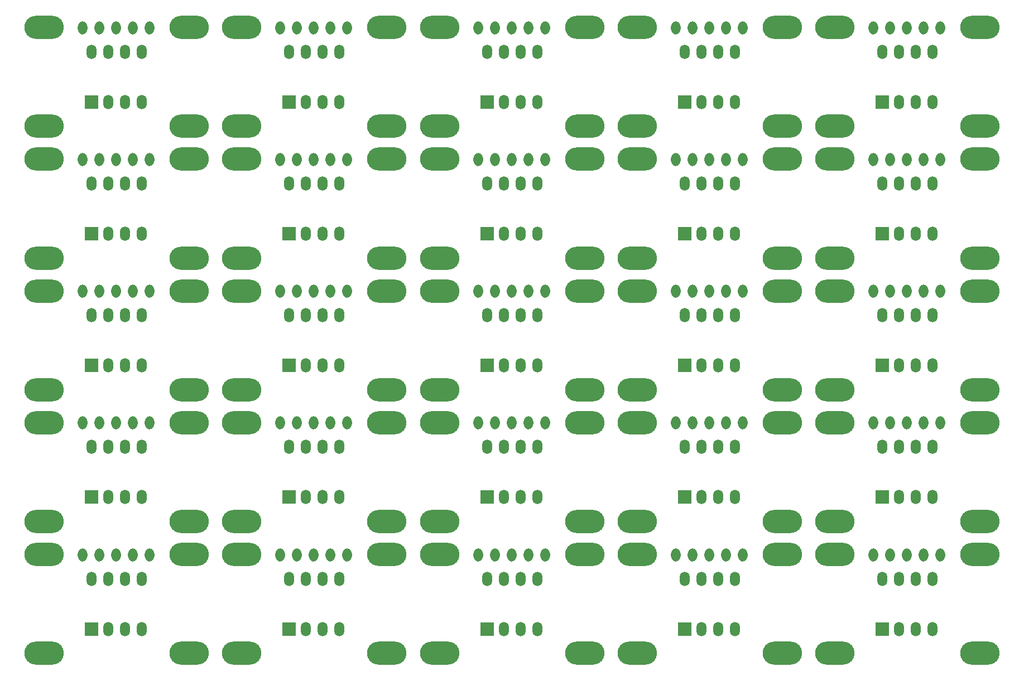
<source format=gbr>
G04 DipTrace 3.3.1.0*
G04 Top.gbr*
%MOIN*%
G04 #@! TF.FileFunction,Copper,L1,Top*
G04 #@! TF.Part,Single*
%AMOUTLINE0*
4,1,20,
0.029528,0.0,
0.028082,-0.012166,
0.023888,-0.023141,
0.017356,-0.031851,
0.009125,-0.037443,
0.0,-0.03937,
-0.009125,-0.037443,
-0.017356,-0.031851,
-0.023888,-0.023141,
-0.028082,-0.012166,
-0.029528,0.0,
-0.028082,0.012166,
-0.023888,0.023141,
-0.017356,0.031851,
-0.009125,0.037443,
0.0,0.03937,
0.009125,0.037443,
0.017356,0.031851,
0.023888,0.023141,
0.028082,0.012166,
0.029528,0.0,
0*%
G04 #@! TA.AperFunction,ComponentPad*
%ADD16R,0.07874X0.07874*%
%ADD17O,0.059055X0.086614*%
%ADD18O,0.23622X0.137795*%
%ADD31OUTLINE0*%
%FSLAX26Y26*%
G04*
G70*
G90*
G75*
G01*
G04 Top*
%LPD*%
D31*
X781201Y1081201D3*
X881201D3*
X981201D3*
X1081201D3*
X1181201D3*
D16*
X834252Y637402D3*
D17*
X934252D3*
X1034252D3*
X1134252D3*
Y937402D3*
X1034252D3*
X934252D3*
X834252D3*
D18*
X551181Y1082677D3*
X1417323D3*
X551181Y492126D3*
X1417323D3*
D31*
X1962303Y1081201D3*
X2062303D3*
X2162303D3*
X2262303D3*
X2362303D3*
D16*
X2015354Y637402D3*
D17*
X2115354D3*
X2215354D3*
X2315354D3*
Y937402D3*
X2215354D3*
X2115354D3*
X2015354D3*
D18*
X1732283Y1082677D3*
X2598425D3*
X1732283Y492126D3*
X2598425D3*
D31*
X3143406Y1081201D3*
X3243406D3*
X3343406D3*
X3443406D3*
X3543406D3*
D16*
X3196457Y637402D3*
D17*
X3296457D3*
X3396457D3*
X3496457D3*
Y937402D3*
X3396457D3*
X3296457D3*
X3196457D3*
D18*
X2913386Y1082677D3*
X3779528D3*
X2913386Y492126D3*
X3779528D3*
D31*
X4324508Y1081201D3*
X4424508D3*
X4524508D3*
X4624508D3*
X4724508D3*
D16*
X4377559Y637402D3*
D17*
X4477559D3*
X4577559D3*
X4677559D3*
Y937402D3*
X4577559D3*
X4477559D3*
X4377559D3*
D18*
X4094488Y1082677D3*
X4960630D3*
X4094488Y492126D3*
X4960630D3*
D31*
X5505610Y1081201D3*
X5605610D3*
X5705610D3*
X5805610D3*
X5905610D3*
D16*
X5558661Y637402D3*
D17*
X5658661D3*
X5758661D3*
X5858661D3*
Y937402D3*
X5758661D3*
X5658661D3*
X5558661D3*
D18*
X5275591Y1082677D3*
X6141732D3*
X5275591Y492126D3*
X6141732D3*
D31*
X781201Y1868602D3*
X881201D3*
X981201D3*
X1081201D3*
X1181201D3*
D16*
X834252Y1424803D3*
D17*
X934252D3*
X1034252D3*
X1134252D3*
Y1724803D3*
X1034252D3*
X934252D3*
X834252D3*
D18*
X551181Y1870079D3*
X1417323D3*
X551181Y1279528D3*
X1417323D3*
D31*
X1962303Y1868602D3*
X2062303D3*
X2162303D3*
X2262303D3*
X2362303D3*
D16*
X2015354Y1424803D3*
D17*
X2115354D3*
X2215354D3*
X2315354D3*
Y1724803D3*
X2215354D3*
X2115354D3*
X2015354D3*
D18*
X1732283Y1870079D3*
X2598425D3*
X1732283Y1279528D3*
X2598425D3*
D31*
X3143406Y1868602D3*
X3243406D3*
X3343406D3*
X3443406D3*
X3543406D3*
D16*
X3196457Y1424803D3*
D17*
X3296457D3*
X3396457D3*
X3496457D3*
Y1724803D3*
X3396457D3*
X3296457D3*
X3196457D3*
D18*
X2913386Y1870079D3*
X3779528D3*
X2913386Y1279528D3*
X3779528D3*
D31*
X4324508Y1868602D3*
X4424508D3*
X4524508D3*
X4624508D3*
X4724508D3*
D16*
X4377559Y1424803D3*
D17*
X4477559D3*
X4577559D3*
X4677559D3*
Y1724803D3*
X4577559D3*
X4477559D3*
X4377559D3*
D18*
X4094488Y1870079D3*
X4960630D3*
X4094488Y1279528D3*
X4960630D3*
D31*
X5505610Y1868602D3*
X5605610D3*
X5705610D3*
X5805610D3*
X5905610D3*
D16*
X5558661Y1424803D3*
D17*
X5658661D3*
X5758661D3*
X5858661D3*
Y1724803D3*
X5758661D3*
X5658661D3*
X5558661D3*
D18*
X5275591Y1870079D3*
X6141732D3*
X5275591Y1279528D3*
X6141732D3*
D31*
X781201Y2656004D3*
X881201D3*
X981201D3*
X1081201D3*
X1181201D3*
D16*
X834252Y2212205D3*
D17*
X934252D3*
X1034252D3*
X1134252D3*
Y2512205D3*
X1034252D3*
X934252D3*
X834252D3*
D18*
X551181Y2657480D3*
X1417323D3*
X551181Y2066929D3*
X1417323D3*
D31*
X1962303Y2656004D3*
X2062303D3*
X2162303D3*
X2262303D3*
X2362303D3*
D16*
X2015354Y2212205D3*
D17*
X2115354D3*
X2215354D3*
X2315354D3*
Y2512205D3*
X2215354D3*
X2115354D3*
X2015354D3*
D18*
X1732283Y2657480D3*
X2598425D3*
X1732283Y2066929D3*
X2598425D3*
D31*
X3143406Y2656004D3*
X3243406D3*
X3343406D3*
X3443406D3*
X3543406D3*
D16*
X3196457Y2212205D3*
D17*
X3296457D3*
X3396457D3*
X3496457D3*
Y2512205D3*
X3396457D3*
X3296457D3*
X3196457D3*
D18*
X2913386Y2657480D3*
X3779528D3*
X2913386Y2066929D3*
X3779528D3*
D31*
X4324508Y2656004D3*
X4424508D3*
X4524508D3*
X4624508D3*
X4724508D3*
D16*
X4377559Y2212205D3*
D17*
X4477559D3*
X4577559D3*
X4677559D3*
Y2512205D3*
X4577559D3*
X4477559D3*
X4377559D3*
D18*
X4094488Y2657480D3*
X4960630D3*
X4094488Y2066929D3*
X4960630D3*
D31*
X5505610Y2656004D3*
X5605610D3*
X5705610D3*
X5805610D3*
X5905610D3*
D16*
X5558661Y2212205D3*
D17*
X5658661D3*
X5758661D3*
X5858661D3*
Y2512205D3*
X5758661D3*
X5658661D3*
X5558661D3*
D18*
X5275591Y2657480D3*
X6141732D3*
X5275591Y2066929D3*
X6141732D3*
D31*
X781201Y3443406D3*
X881201D3*
X981201D3*
X1081201D3*
X1181201D3*
D16*
X834252Y2999606D3*
D17*
X934252D3*
X1034252D3*
X1134252D3*
Y3299606D3*
X1034252D3*
X934252D3*
X834252D3*
D18*
X551181Y3444882D3*
X1417323D3*
X551181Y2854331D3*
X1417323D3*
D31*
X1962303Y3443406D3*
X2062303D3*
X2162303D3*
X2262303D3*
X2362303D3*
D16*
X2015354Y2999606D3*
D17*
X2115354D3*
X2215354D3*
X2315354D3*
Y3299606D3*
X2215354D3*
X2115354D3*
X2015354D3*
D18*
X1732283Y3444882D3*
X2598425D3*
X1732283Y2854331D3*
X2598425D3*
D31*
X3143406Y3443406D3*
X3243406D3*
X3343406D3*
X3443406D3*
X3543406D3*
D16*
X3196457Y2999606D3*
D17*
X3296457D3*
X3396457D3*
X3496457D3*
Y3299606D3*
X3396457D3*
X3296457D3*
X3196457D3*
D18*
X2913386Y3444882D3*
X3779528D3*
X2913386Y2854331D3*
X3779528D3*
D31*
X4324508Y3443406D3*
X4424508D3*
X4524508D3*
X4624508D3*
X4724508D3*
D16*
X4377559Y2999606D3*
D17*
X4477559D3*
X4577559D3*
X4677559D3*
Y3299606D3*
X4577559D3*
X4477559D3*
X4377559D3*
D18*
X4094488Y3444882D3*
X4960630D3*
X4094488Y2854331D3*
X4960630D3*
D31*
X5505610Y3443406D3*
X5605610D3*
X5705610D3*
X5805610D3*
X5905610D3*
D16*
X5558661Y2999606D3*
D17*
X5658661D3*
X5758661D3*
X5858661D3*
Y3299606D3*
X5758661D3*
X5658661D3*
X5558661D3*
D18*
X5275591Y3444882D3*
X6141732D3*
X5275591Y2854331D3*
X6141732D3*
D31*
X781201Y4230807D3*
X881201D3*
X981201D3*
X1081201D3*
X1181201D3*
D16*
X834252Y3787008D3*
D17*
X934252D3*
X1034252D3*
X1134252D3*
Y4087008D3*
X1034252D3*
X934252D3*
X834252D3*
D18*
X551181Y4232283D3*
X1417323D3*
X551181Y3641732D3*
X1417323D3*
D31*
X1962303Y4230807D3*
X2062303D3*
X2162303D3*
X2262303D3*
X2362303D3*
D16*
X2015354Y3787008D3*
D17*
X2115354D3*
X2215354D3*
X2315354D3*
Y4087008D3*
X2215354D3*
X2115354D3*
X2015354D3*
D18*
X1732283Y4232283D3*
X2598425D3*
X1732283Y3641732D3*
X2598425D3*
D31*
X3143406Y4230807D3*
X3243406D3*
X3343406D3*
X3443406D3*
X3543406D3*
D16*
X3196457Y3787008D3*
D17*
X3296457D3*
X3396457D3*
X3496457D3*
Y4087008D3*
X3396457D3*
X3296457D3*
X3196457D3*
D18*
X2913386Y4232283D3*
X3779528D3*
X2913386Y3641732D3*
X3779528D3*
D31*
X4324508Y4230807D3*
X4424508D3*
X4524508D3*
X4624508D3*
X4724508D3*
D16*
X4377559Y3787008D3*
D17*
X4477559D3*
X4577559D3*
X4677559D3*
Y4087008D3*
X4577559D3*
X4477559D3*
X4377559D3*
D18*
X4094488Y4232283D3*
X4960630D3*
X4094488Y3641732D3*
X4960630D3*
D31*
X5505610Y4230807D3*
X5605610D3*
X5705610D3*
X5805610D3*
X5905610D3*
D16*
X5558661Y3787008D3*
D17*
X5658661D3*
X5758661D3*
X5858661D3*
Y4087008D3*
X5758661D3*
X5658661D3*
X5558661D3*
D18*
X5275591Y4232283D3*
X6141732D3*
X5275591Y3641732D3*
X6141732D3*
M02*

</source>
